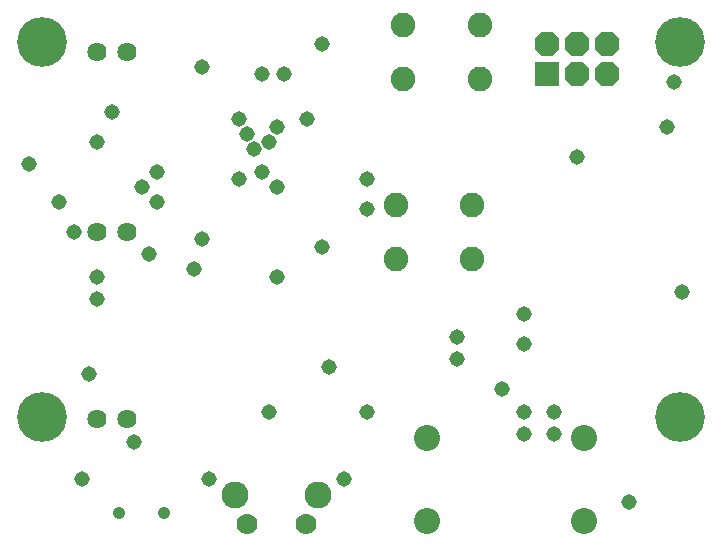
<source format=gbs>
G75*
%MOIN*%
%OFA0B0*%
%FSLAX24Y24*%
%IPPOS*%
%LPD*%
%AMOC8*
5,1,8,0,0,1.08239X$1,22.5*
%
%ADD10C,0.0415*%
%ADD11C,0.0820*%
%ADD12C,0.0640*%
%ADD13C,0.0867*%
%ADD14R,0.0820X0.0820*%
%ADD15OC8,0.0820*%
%ADD16C,0.0900*%
%ADD17C,0.0700*%
%ADD18C,0.0516*%
%ADD19C,0.1661*%
D10*
X003852Y003001D03*
X005348Y003001D03*
D11*
X013070Y011495D03*
X013070Y013275D03*
X015630Y013275D03*
X015630Y011495D03*
X015880Y017495D03*
X015880Y019275D03*
X013320Y019275D03*
X013320Y017495D03*
D12*
X004100Y018385D03*
X003100Y018385D03*
X003100Y012385D03*
X004100Y012385D03*
X004100Y006135D03*
X003100Y006135D03*
D13*
X014100Y005519D03*
X014100Y002763D03*
X019350Y002763D03*
X019350Y005519D03*
D14*
X018100Y017635D03*
D15*
X019100Y017635D03*
X020100Y017635D03*
X020100Y018635D03*
X019100Y018635D03*
X018100Y018635D03*
D16*
X010478Y003619D03*
X007722Y003619D03*
D17*
X008116Y002635D03*
X010084Y002635D03*
D18*
X011350Y004135D03*
X012100Y006385D03*
X010850Y007885D03*
X008850Y006385D03*
X006850Y004135D03*
X004350Y005385D03*
X002600Y004135D03*
X002850Y007635D03*
X003100Y010135D03*
X003100Y010885D03*
X002350Y012385D03*
X001850Y013385D03*
X000850Y014635D03*
X003100Y015385D03*
X003600Y016385D03*
X005100Y014385D03*
X004600Y013885D03*
X005100Y013385D03*
X006600Y012135D03*
X006350Y011135D03*
X004850Y011635D03*
X007850Y014135D03*
X008600Y014385D03*
X009100Y013885D03*
X008350Y015135D03*
X008100Y015635D03*
X007850Y016135D03*
X008850Y015385D03*
X009100Y015885D03*
X010100Y016135D03*
X009350Y017635D03*
X008600Y017635D03*
X006600Y017885D03*
X010600Y018635D03*
X012100Y014135D03*
X012100Y013135D03*
X010600Y011885D03*
X009100Y010885D03*
X015100Y008885D03*
X015100Y008135D03*
X016600Y007135D03*
X017350Y006385D03*
X017350Y005635D03*
X018350Y005635D03*
X018350Y006385D03*
X017350Y008635D03*
X017350Y009635D03*
X022600Y010385D03*
X019100Y014885D03*
X022100Y015885D03*
X022350Y017385D03*
X020850Y003385D03*
D19*
X022536Y006211D03*
X022536Y018711D03*
X001286Y018711D03*
X001286Y006211D03*
M02*

</source>
